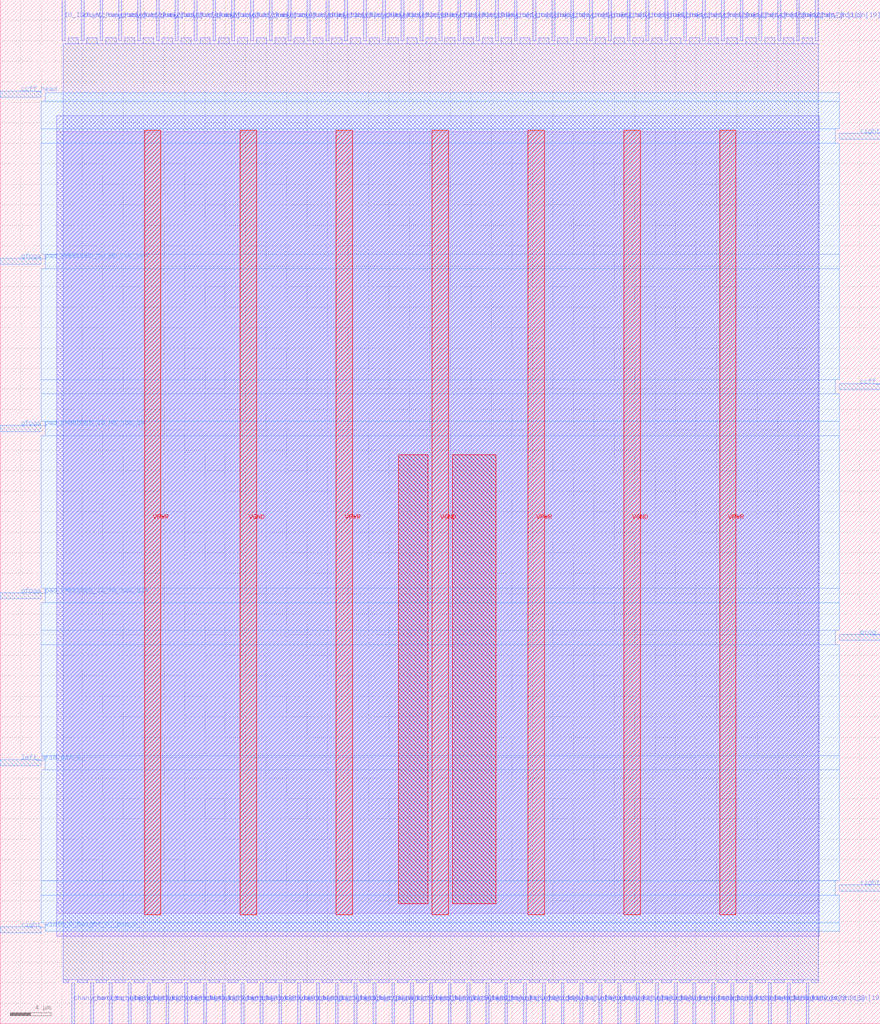
<source format=lef>
VERSION 5.7 ;
  NOWIREEXTENSIONATPIN ON ;
  DIVIDERCHAR "/" ;
  BUSBITCHARS "[]" ;
MACRO cby_0__1_
  CLASS BLOCK ;
  FOREIGN cby_0__1_ ;
  ORIGIN 0.000 0.000 ;
  SIZE 86.000 BY 100.000 ;
  PIN IO_ISOL_N
    DIRECTION INPUT ;
    USE SIGNAL ;
    PORT
      LAYER met2 ;
        RECT 6.070 96.000 6.350 100.000 ;
    END
  END IO_ISOL_N
  PIN VGND
    DIRECTION INOUT ;
    USE GROUND ;
    PORT
      LAYER met4 ;
        RECT 23.460 10.640 25.060 87.280 ;
    END
    PORT
      LAYER met4 ;
        RECT 42.200 10.640 43.800 87.280 ;
    END
    PORT
      LAYER met4 ;
        RECT 60.940 10.640 62.540 87.280 ;
    END
  END VGND
  PIN VPWR
    DIRECTION INOUT ;
    USE POWER ;
    PORT
      LAYER met4 ;
        RECT 14.090 10.640 15.690 87.280 ;
    END
    PORT
      LAYER met4 ;
        RECT 32.830 10.640 34.430 87.280 ;
    END
    PORT
      LAYER met4 ;
        RECT 51.570 10.640 53.170 87.280 ;
    END
    PORT
      LAYER met4 ;
        RECT 70.310 10.640 71.910 87.280 ;
    END
  END VPWR
  PIN ccff_head
    DIRECTION INPUT ;
    USE SIGNAL ;
    PORT
      LAYER met3 ;
        RECT 0.000 90.480 4.000 91.080 ;
    END
  END ccff_head
  PIN ccff_tail
    DIRECTION OUTPUT TRISTATE ;
    USE SIGNAL ;
    PORT
      LAYER met3 ;
        RECT 82.000 61.920 86.000 62.520 ;
    END
  END ccff_tail
  PIN chany_bottom_in[0]
    DIRECTION INPUT ;
    USE SIGNAL ;
    PORT
      LAYER met2 ;
        RECT 43.790 0.000 44.070 4.000 ;
    END
  END chany_bottom_in[0]
  PIN chany_bottom_in[10]
    DIRECTION INPUT ;
    USE SIGNAL ;
    PORT
      LAYER met2 ;
        RECT 62.190 0.000 62.470 4.000 ;
    END
  END chany_bottom_in[10]
  PIN chany_bottom_in[11]
    DIRECTION INPUT ;
    USE SIGNAL ;
    PORT
      LAYER met2 ;
        RECT 64.030 0.000 64.310 4.000 ;
    END
  END chany_bottom_in[11]
  PIN chany_bottom_in[12]
    DIRECTION INPUT ;
    USE SIGNAL ;
    PORT
      LAYER met2 ;
        RECT 65.870 0.000 66.150 4.000 ;
    END
  END chany_bottom_in[12]
  PIN chany_bottom_in[13]
    DIRECTION INPUT ;
    USE SIGNAL ;
    PORT
      LAYER met2 ;
        RECT 67.710 0.000 67.990 4.000 ;
    END
  END chany_bottom_in[13]
  PIN chany_bottom_in[14]
    DIRECTION INPUT ;
    USE SIGNAL ;
    PORT
      LAYER met2 ;
        RECT 69.550 0.000 69.830 4.000 ;
    END
  END chany_bottom_in[14]
  PIN chany_bottom_in[15]
    DIRECTION INPUT ;
    USE SIGNAL ;
    PORT
      LAYER met2 ;
        RECT 71.390 0.000 71.670 4.000 ;
    END
  END chany_bottom_in[15]
  PIN chany_bottom_in[16]
    DIRECTION INPUT ;
    USE SIGNAL ;
    PORT
      LAYER met2 ;
        RECT 73.230 0.000 73.510 4.000 ;
    END
  END chany_bottom_in[16]
  PIN chany_bottom_in[17]
    DIRECTION INPUT ;
    USE SIGNAL ;
    PORT
      LAYER met2 ;
        RECT 75.070 0.000 75.350 4.000 ;
    END
  END chany_bottom_in[17]
  PIN chany_bottom_in[18]
    DIRECTION INPUT ;
    USE SIGNAL ;
    PORT
      LAYER met2 ;
        RECT 76.910 0.000 77.190 4.000 ;
    END
  END chany_bottom_in[18]
  PIN chany_bottom_in[19]
    DIRECTION INPUT ;
    USE SIGNAL ;
    PORT
      LAYER met2 ;
        RECT 78.750 0.000 79.030 4.000 ;
    END
  END chany_bottom_in[19]
  PIN chany_bottom_in[1]
    DIRECTION INPUT ;
    USE SIGNAL ;
    PORT
      LAYER met2 ;
        RECT 45.630 0.000 45.910 4.000 ;
    END
  END chany_bottom_in[1]
  PIN chany_bottom_in[2]
    DIRECTION INPUT ;
    USE SIGNAL ;
    PORT
      LAYER met2 ;
        RECT 47.470 0.000 47.750 4.000 ;
    END
  END chany_bottom_in[2]
  PIN chany_bottom_in[3]
    DIRECTION INPUT ;
    USE SIGNAL ;
    PORT
      LAYER met2 ;
        RECT 49.310 0.000 49.590 4.000 ;
    END
  END chany_bottom_in[3]
  PIN chany_bottom_in[4]
    DIRECTION INPUT ;
    USE SIGNAL ;
    PORT
      LAYER met2 ;
        RECT 51.150 0.000 51.430 4.000 ;
    END
  END chany_bottom_in[4]
  PIN chany_bottom_in[5]
    DIRECTION INPUT ;
    USE SIGNAL ;
    PORT
      LAYER met2 ;
        RECT 52.990 0.000 53.270 4.000 ;
    END
  END chany_bottom_in[5]
  PIN chany_bottom_in[6]
    DIRECTION INPUT ;
    USE SIGNAL ;
    PORT
      LAYER met2 ;
        RECT 54.830 0.000 55.110 4.000 ;
    END
  END chany_bottom_in[6]
  PIN chany_bottom_in[7]
    DIRECTION INPUT ;
    USE SIGNAL ;
    PORT
      LAYER met2 ;
        RECT 56.670 0.000 56.950 4.000 ;
    END
  END chany_bottom_in[7]
  PIN chany_bottom_in[8]
    DIRECTION INPUT ;
    USE SIGNAL ;
    PORT
      LAYER met2 ;
        RECT 58.510 0.000 58.790 4.000 ;
    END
  END chany_bottom_in[8]
  PIN chany_bottom_in[9]
    DIRECTION INPUT ;
    USE SIGNAL ;
    PORT
      LAYER met2 ;
        RECT 60.350 0.000 60.630 4.000 ;
    END
  END chany_bottom_in[9]
  PIN chany_bottom_out[0]
    DIRECTION OUTPUT TRISTATE ;
    USE SIGNAL ;
    PORT
      LAYER met2 ;
        RECT 6.990 0.000 7.270 4.000 ;
    END
  END chany_bottom_out[0]
  PIN chany_bottom_out[10]
    DIRECTION OUTPUT TRISTATE ;
    USE SIGNAL ;
    PORT
      LAYER met2 ;
        RECT 25.390 0.000 25.670 4.000 ;
    END
  END chany_bottom_out[10]
  PIN chany_bottom_out[11]
    DIRECTION OUTPUT TRISTATE ;
    USE SIGNAL ;
    PORT
      LAYER met2 ;
        RECT 27.230 0.000 27.510 4.000 ;
    END
  END chany_bottom_out[11]
  PIN chany_bottom_out[12]
    DIRECTION OUTPUT TRISTATE ;
    USE SIGNAL ;
    PORT
      LAYER met2 ;
        RECT 29.070 0.000 29.350 4.000 ;
    END
  END chany_bottom_out[12]
  PIN chany_bottom_out[13]
    DIRECTION OUTPUT TRISTATE ;
    USE SIGNAL ;
    PORT
      LAYER met2 ;
        RECT 30.910 0.000 31.190 4.000 ;
    END
  END chany_bottom_out[13]
  PIN chany_bottom_out[14]
    DIRECTION OUTPUT TRISTATE ;
    USE SIGNAL ;
    PORT
      LAYER met2 ;
        RECT 32.750 0.000 33.030 4.000 ;
    END
  END chany_bottom_out[14]
  PIN chany_bottom_out[15]
    DIRECTION OUTPUT TRISTATE ;
    USE SIGNAL ;
    PORT
      LAYER met2 ;
        RECT 34.590 0.000 34.870 4.000 ;
    END
  END chany_bottom_out[15]
  PIN chany_bottom_out[16]
    DIRECTION OUTPUT TRISTATE ;
    USE SIGNAL ;
    PORT
      LAYER met2 ;
        RECT 36.430 0.000 36.710 4.000 ;
    END
  END chany_bottom_out[16]
  PIN chany_bottom_out[17]
    DIRECTION OUTPUT TRISTATE ;
    USE SIGNAL ;
    PORT
      LAYER met2 ;
        RECT 38.270 0.000 38.550 4.000 ;
    END
  END chany_bottom_out[17]
  PIN chany_bottom_out[18]
    DIRECTION OUTPUT TRISTATE ;
    USE SIGNAL ;
    PORT
      LAYER met2 ;
        RECT 40.110 0.000 40.390 4.000 ;
    END
  END chany_bottom_out[18]
  PIN chany_bottom_out[19]
    DIRECTION OUTPUT TRISTATE ;
    USE SIGNAL ;
    PORT
      LAYER met2 ;
        RECT 41.950 0.000 42.230 4.000 ;
    END
  END chany_bottom_out[19]
  PIN chany_bottom_out[1]
    DIRECTION OUTPUT TRISTATE ;
    USE SIGNAL ;
    PORT
      LAYER met2 ;
        RECT 8.830 0.000 9.110 4.000 ;
    END
  END chany_bottom_out[1]
  PIN chany_bottom_out[2]
    DIRECTION OUTPUT TRISTATE ;
    USE SIGNAL ;
    PORT
      LAYER met2 ;
        RECT 10.670 0.000 10.950 4.000 ;
    END
  END chany_bottom_out[2]
  PIN chany_bottom_out[3]
    DIRECTION OUTPUT TRISTATE ;
    USE SIGNAL ;
    PORT
      LAYER met2 ;
        RECT 12.510 0.000 12.790 4.000 ;
    END
  END chany_bottom_out[3]
  PIN chany_bottom_out[4]
    DIRECTION OUTPUT TRISTATE ;
    USE SIGNAL ;
    PORT
      LAYER met2 ;
        RECT 14.350 0.000 14.630 4.000 ;
    END
  END chany_bottom_out[4]
  PIN chany_bottom_out[5]
    DIRECTION OUTPUT TRISTATE ;
    USE SIGNAL ;
    PORT
      LAYER met2 ;
        RECT 16.190 0.000 16.470 4.000 ;
    END
  END chany_bottom_out[5]
  PIN chany_bottom_out[6]
    DIRECTION OUTPUT TRISTATE ;
    USE SIGNAL ;
    PORT
      LAYER met2 ;
        RECT 18.030 0.000 18.310 4.000 ;
    END
  END chany_bottom_out[6]
  PIN chany_bottom_out[7]
    DIRECTION OUTPUT TRISTATE ;
    USE SIGNAL ;
    PORT
      LAYER met2 ;
        RECT 19.870 0.000 20.150 4.000 ;
    END
  END chany_bottom_out[7]
  PIN chany_bottom_out[8]
    DIRECTION OUTPUT TRISTATE ;
    USE SIGNAL ;
    PORT
      LAYER met2 ;
        RECT 21.710 0.000 21.990 4.000 ;
    END
  END chany_bottom_out[8]
  PIN chany_bottom_out[9]
    DIRECTION OUTPUT TRISTATE ;
    USE SIGNAL ;
    PORT
      LAYER met2 ;
        RECT 23.550 0.000 23.830 4.000 ;
    END
  END chany_bottom_out[9]
  PIN chany_top_in[0]
    DIRECTION INPUT ;
    USE SIGNAL ;
    PORT
      LAYER met2 ;
        RECT 44.710 96.000 44.990 100.000 ;
    END
  END chany_top_in[0]
  PIN chany_top_in[10]
    DIRECTION INPUT ;
    USE SIGNAL ;
    PORT
      LAYER met2 ;
        RECT 63.110 96.000 63.390 100.000 ;
    END
  END chany_top_in[10]
  PIN chany_top_in[11]
    DIRECTION INPUT ;
    USE SIGNAL ;
    PORT
      LAYER met2 ;
        RECT 64.950 96.000 65.230 100.000 ;
    END
  END chany_top_in[11]
  PIN chany_top_in[12]
    DIRECTION INPUT ;
    USE SIGNAL ;
    PORT
      LAYER met2 ;
        RECT 66.790 96.000 67.070 100.000 ;
    END
  END chany_top_in[12]
  PIN chany_top_in[13]
    DIRECTION INPUT ;
    USE SIGNAL ;
    PORT
      LAYER met2 ;
        RECT 68.630 96.000 68.910 100.000 ;
    END
  END chany_top_in[13]
  PIN chany_top_in[14]
    DIRECTION INPUT ;
    USE SIGNAL ;
    PORT
      LAYER met2 ;
        RECT 70.470 96.000 70.750 100.000 ;
    END
  END chany_top_in[14]
  PIN chany_top_in[15]
    DIRECTION INPUT ;
    USE SIGNAL ;
    PORT
      LAYER met2 ;
        RECT 72.310 96.000 72.590 100.000 ;
    END
  END chany_top_in[15]
  PIN chany_top_in[16]
    DIRECTION INPUT ;
    USE SIGNAL ;
    PORT
      LAYER met2 ;
        RECT 74.150 96.000 74.430 100.000 ;
    END
  END chany_top_in[16]
  PIN chany_top_in[17]
    DIRECTION INPUT ;
    USE SIGNAL ;
    PORT
      LAYER met2 ;
        RECT 75.990 96.000 76.270 100.000 ;
    END
  END chany_top_in[17]
  PIN chany_top_in[18]
    DIRECTION INPUT ;
    USE SIGNAL ;
    PORT
      LAYER met2 ;
        RECT 77.830 96.000 78.110 100.000 ;
    END
  END chany_top_in[18]
  PIN chany_top_in[19]
    DIRECTION INPUT ;
    USE SIGNAL ;
    PORT
      LAYER met2 ;
        RECT 79.670 96.000 79.950 100.000 ;
    END
  END chany_top_in[19]
  PIN chany_top_in[1]
    DIRECTION INPUT ;
    USE SIGNAL ;
    PORT
      LAYER met2 ;
        RECT 46.550 96.000 46.830 100.000 ;
    END
  END chany_top_in[1]
  PIN chany_top_in[2]
    DIRECTION INPUT ;
    USE SIGNAL ;
    PORT
      LAYER met2 ;
        RECT 48.390 96.000 48.670 100.000 ;
    END
  END chany_top_in[2]
  PIN chany_top_in[3]
    DIRECTION INPUT ;
    USE SIGNAL ;
    PORT
      LAYER met2 ;
        RECT 50.230 96.000 50.510 100.000 ;
    END
  END chany_top_in[3]
  PIN chany_top_in[4]
    DIRECTION INPUT ;
    USE SIGNAL ;
    PORT
      LAYER met2 ;
        RECT 52.070 96.000 52.350 100.000 ;
    END
  END chany_top_in[4]
  PIN chany_top_in[5]
    DIRECTION INPUT ;
    USE SIGNAL ;
    PORT
      LAYER met2 ;
        RECT 53.910 96.000 54.190 100.000 ;
    END
  END chany_top_in[5]
  PIN chany_top_in[6]
    DIRECTION INPUT ;
    USE SIGNAL ;
    PORT
      LAYER met2 ;
        RECT 55.750 96.000 56.030 100.000 ;
    END
  END chany_top_in[6]
  PIN chany_top_in[7]
    DIRECTION INPUT ;
    USE SIGNAL ;
    PORT
      LAYER met2 ;
        RECT 57.590 96.000 57.870 100.000 ;
    END
  END chany_top_in[7]
  PIN chany_top_in[8]
    DIRECTION INPUT ;
    USE SIGNAL ;
    PORT
      LAYER met2 ;
        RECT 59.430 96.000 59.710 100.000 ;
    END
  END chany_top_in[8]
  PIN chany_top_in[9]
    DIRECTION INPUT ;
    USE SIGNAL ;
    PORT
      LAYER met2 ;
        RECT 61.270 96.000 61.550 100.000 ;
    END
  END chany_top_in[9]
  PIN chany_top_out[0]
    DIRECTION OUTPUT TRISTATE ;
    USE SIGNAL ;
    PORT
      LAYER met2 ;
        RECT 7.910 96.000 8.190 100.000 ;
    END
  END chany_top_out[0]
  PIN chany_top_out[10]
    DIRECTION OUTPUT TRISTATE ;
    USE SIGNAL ;
    PORT
      LAYER met2 ;
        RECT 26.310 96.000 26.590 100.000 ;
    END
  END chany_top_out[10]
  PIN chany_top_out[11]
    DIRECTION OUTPUT TRISTATE ;
    USE SIGNAL ;
    PORT
      LAYER met2 ;
        RECT 28.150 96.000 28.430 100.000 ;
    END
  END chany_top_out[11]
  PIN chany_top_out[12]
    DIRECTION OUTPUT TRISTATE ;
    USE SIGNAL ;
    PORT
      LAYER met2 ;
        RECT 29.990 96.000 30.270 100.000 ;
    END
  END chany_top_out[12]
  PIN chany_top_out[13]
    DIRECTION OUTPUT TRISTATE ;
    USE SIGNAL ;
    PORT
      LAYER met2 ;
        RECT 31.830 96.000 32.110 100.000 ;
    END
  END chany_top_out[13]
  PIN chany_top_out[14]
    DIRECTION OUTPUT TRISTATE ;
    USE SIGNAL ;
    PORT
      LAYER met2 ;
        RECT 33.670 96.000 33.950 100.000 ;
    END
  END chany_top_out[14]
  PIN chany_top_out[15]
    DIRECTION OUTPUT TRISTATE ;
    USE SIGNAL ;
    PORT
      LAYER met2 ;
        RECT 35.510 96.000 35.790 100.000 ;
    END
  END chany_top_out[15]
  PIN chany_top_out[16]
    DIRECTION OUTPUT TRISTATE ;
    USE SIGNAL ;
    PORT
      LAYER met2 ;
        RECT 37.350 96.000 37.630 100.000 ;
    END
  END chany_top_out[16]
  PIN chany_top_out[17]
    DIRECTION OUTPUT TRISTATE ;
    USE SIGNAL ;
    PORT
      LAYER met2 ;
        RECT 39.190 96.000 39.470 100.000 ;
    END
  END chany_top_out[17]
  PIN chany_top_out[18]
    DIRECTION OUTPUT TRISTATE ;
    USE SIGNAL ;
    PORT
      LAYER met2 ;
        RECT 41.030 96.000 41.310 100.000 ;
    END
  END chany_top_out[18]
  PIN chany_top_out[19]
    DIRECTION OUTPUT TRISTATE ;
    USE SIGNAL ;
    PORT
      LAYER met2 ;
        RECT 42.870 96.000 43.150 100.000 ;
    END
  END chany_top_out[19]
  PIN chany_top_out[1]
    DIRECTION OUTPUT TRISTATE ;
    USE SIGNAL ;
    PORT
      LAYER met2 ;
        RECT 9.750 96.000 10.030 100.000 ;
    END
  END chany_top_out[1]
  PIN chany_top_out[2]
    DIRECTION OUTPUT TRISTATE ;
    USE SIGNAL ;
    PORT
      LAYER met2 ;
        RECT 11.590 96.000 11.870 100.000 ;
    END
  END chany_top_out[2]
  PIN chany_top_out[3]
    DIRECTION OUTPUT TRISTATE ;
    USE SIGNAL ;
    PORT
      LAYER met2 ;
        RECT 13.430 96.000 13.710 100.000 ;
    END
  END chany_top_out[3]
  PIN chany_top_out[4]
    DIRECTION OUTPUT TRISTATE ;
    USE SIGNAL ;
    PORT
      LAYER met2 ;
        RECT 15.270 96.000 15.550 100.000 ;
    END
  END chany_top_out[4]
  PIN chany_top_out[5]
    DIRECTION OUTPUT TRISTATE ;
    USE SIGNAL ;
    PORT
      LAYER met2 ;
        RECT 17.110 96.000 17.390 100.000 ;
    END
  END chany_top_out[5]
  PIN chany_top_out[6]
    DIRECTION OUTPUT TRISTATE ;
    USE SIGNAL ;
    PORT
      LAYER met2 ;
        RECT 18.950 96.000 19.230 100.000 ;
    END
  END chany_top_out[6]
  PIN chany_top_out[7]
    DIRECTION OUTPUT TRISTATE ;
    USE SIGNAL ;
    PORT
      LAYER met2 ;
        RECT 20.790 96.000 21.070 100.000 ;
    END
  END chany_top_out[7]
  PIN chany_top_out[8]
    DIRECTION OUTPUT TRISTATE ;
    USE SIGNAL ;
    PORT
      LAYER met2 ;
        RECT 22.630 96.000 22.910 100.000 ;
    END
  END chany_top_out[8]
  PIN chany_top_out[9]
    DIRECTION OUTPUT TRISTATE ;
    USE SIGNAL ;
    PORT
      LAYER met2 ;
        RECT 24.470 96.000 24.750 100.000 ;
    END
  END chany_top_out[9]
  PIN gfpga_pad_EMBEDDED_IO_HD_SOC_DIR
    DIRECTION OUTPUT TRISTATE ;
    USE SIGNAL ;
    PORT
      LAYER met3 ;
        RECT 0.000 41.520 4.000 42.120 ;
    END
  END gfpga_pad_EMBEDDED_IO_HD_SOC_DIR
  PIN gfpga_pad_EMBEDDED_IO_HD_SOC_IN
    DIRECTION INPUT ;
    USE SIGNAL ;
    PORT
      LAYER met3 ;
        RECT 0.000 57.840 4.000 58.440 ;
    END
  END gfpga_pad_EMBEDDED_IO_HD_SOC_IN
  PIN gfpga_pad_EMBEDDED_IO_HD_SOC_OUT
    DIRECTION OUTPUT TRISTATE ;
    USE SIGNAL ;
    PORT
      LAYER met3 ;
        RECT 0.000 74.160 4.000 74.760 ;
    END
  END gfpga_pad_EMBEDDED_IO_HD_SOC_OUT
  PIN left_grid_pin_0_
    DIRECTION OUTPUT TRISTATE ;
    USE SIGNAL ;
    PORT
      LAYER met3 ;
        RECT 0.000 25.200 4.000 25.800 ;
    END
  END left_grid_pin_0_
  PIN prog_clk_0_E_in
    DIRECTION INPUT ;
    USE SIGNAL ;
    PORT
      LAYER met3 ;
        RECT 82.000 37.440 86.000 38.040 ;
    END
  END prog_clk_0_E_in
  PIN right_width_0_height_0__pin_0_
    DIRECTION INPUT ;
    USE SIGNAL ;
    PORT
      LAYER met3 ;
        RECT 0.000 8.880 4.000 9.480 ;
    END
  END right_width_0_height_0__pin_0_
  PIN right_width_0_height_0__pin_1_lower
    DIRECTION OUTPUT TRISTATE ;
    USE SIGNAL ;
    PORT
      LAYER met3 ;
        RECT 82.000 12.960 86.000 13.560 ;
    END
  END right_width_0_height_0__pin_1_lower
  PIN right_width_0_height_0__pin_1_upper
    DIRECTION OUTPUT TRISTATE ;
    USE SIGNAL ;
    PORT
      LAYER met3 ;
        RECT 82.000 86.400 86.000 87.000 ;
    END
  END right_width_0_height_0__pin_1_upper
  OBS
      LAYER li1 ;
        RECT 5.520 10.795 80.040 87.125 ;
      LAYER met1 ;
        RECT 5.520 8.540 80.040 88.700 ;
      LAYER met2 ;
        RECT 6.630 95.720 7.630 96.290 ;
        RECT 8.470 95.720 9.470 96.290 ;
        RECT 10.310 95.720 11.310 96.290 ;
        RECT 12.150 95.720 13.150 96.290 ;
        RECT 13.990 95.720 14.990 96.290 ;
        RECT 15.830 95.720 16.830 96.290 ;
        RECT 17.670 95.720 18.670 96.290 ;
        RECT 19.510 95.720 20.510 96.290 ;
        RECT 21.350 95.720 22.350 96.290 ;
        RECT 23.190 95.720 24.190 96.290 ;
        RECT 25.030 95.720 26.030 96.290 ;
        RECT 26.870 95.720 27.870 96.290 ;
        RECT 28.710 95.720 29.710 96.290 ;
        RECT 30.550 95.720 31.550 96.290 ;
        RECT 32.390 95.720 33.390 96.290 ;
        RECT 34.230 95.720 35.230 96.290 ;
        RECT 36.070 95.720 37.070 96.290 ;
        RECT 37.910 95.720 38.910 96.290 ;
        RECT 39.750 95.720 40.750 96.290 ;
        RECT 41.590 95.720 42.590 96.290 ;
        RECT 43.430 95.720 44.430 96.290 ;
        RECT 45.270 95.720 46.270 96.290 ;
        RECT 47.110 95.720 48.110 96.290 ;
        RECT 48.950 95.720 49.950 96.290 ;
        RECT 50.790 95.720 51.790 96.290 ;
        RECT 52.630 95.720 53.630 96.290 ;
        RECT 54.470 95.720 55.470 96.290 ;
        RECT 56.310 95.720 57.310 96.290 ;
        RECT 58.150 95.720 59.150 96.290 ;
        RECT 59.990 95.720 60.990 96.290 ;
        RECT 61.830 95.720 62.830 96.290 ;
        RECT 63.670 95.720 64.670 96.290 ;
        RECT 65.510 95.720 66.510 96.290 ;
        RECT 67.350 95.720 68.350 96.290 ;
        RECT 69.190 95.720 70.190 96.290 ;
        RECT 71.030 95.720 72.030 96.290 ;
        RECT 72.870 95.720 73.870 96.290 ;
        RECT 74.710 95.720 75.710 96.290 ;
        RECT 76.550 95.720 77.550 96.290 ;
        RECT 78.390 95.720 79.390 96.290 ;
        RECT 6.140 4.280 79.940 95.720 ;
        RECT 6.140 4.000 6.710 4.280 ;
        RECT 7.550 4.000 8.550 4.280 ;
        RECT 9.390 4.000 10.390 4.280 ;
        RECT 11.230 4.000 12.230 4.280 ;
        RECT 13.070 4.000 14.070 4.280 ;
        RECT 14.910 4.000 15.910 4.280 ;
        RECT 16.750 4.000 17.750 4.280 ;
        RECT 18.590 4.000 19.590 4.280 ;
        RECT 20.430 4.000 21.430 4.280 ;
        RECT 22.270 4.000 23.270 4.280 ;
        RECT 24.110 4.000 25.110 4.280 ;
        RECT 25.950 4.000 26.950 4.280 ;
        RECT 27.790 4.000 28.790 4.280 ;
        RECT 29.630 4.000 30.630 4.280 ;
        RECT 31.470 4.000 32.470 4.280 ;
        RECT 33.310 4.000 34.310 4.280 ;
        RECT 35.150 4.000 36.150 4.280 ;
        RECT 36.990 4.000 37.990 4.280 ;
        RECT 38.830 4.000 39.830 4.280 ;
        RECT 40.670 4.000 41.670 4.280 ;
        RECT 42.510 4.000 43.510 4.280 ;
        RECT 44.350 4.000 45.350 4.280 ;
        RECT 46.190 4.000 47.190 4.280 ;
        RECT 48.030 4.000 49.030 4.280 ;
        RECT 49.870 4.000 50.870 4.280 ;
        RECT 51.710 4.000 52.710 4.280 ;
        RECT 53.550 4.000 54.550 4.280 ;
        RECT 55.390 4.000 56.390 4.280 ;
        RECT 57.230 4.000 58.230 4.280 ;
        RECT 59.070 4.000 60.070 4.280 ;
        RECT 60.910 4.000 61.910 4.280 ;
        RECT 62.750 4.000 63.750 4.280 ;
        RECT 64.590 4.000 65.590 4.280 ;
        RECT 66.430 4.000 67.430 4.280 ;
        RECT 68.270 4.000 69.270 4.280 ;
        RECT 70.110 4.000 71.110 4.280 ;
        RECT 71.950 4.000 72.950 4.280 ;
        RECT 73.790 4.000 74.790 4.280 ;
        RECT 75.630 4.000 76.630 4.280 ;
        RECT 77.470 4.000 78.470 4.280 ;
        RECT 79.310 4.000 79.940 4.280 ;
      LAYER met3 ;
        RECT 4.400 90.080 82.000 90.945 ;
        RECT 4.000 87.400 82.000 90.080 ;
        RECT 4.000 86.000 81.600 87.400 ;
        RECT 4.000 75.160 82.000 86.000 ;
        RECT 4.400 73.760 82.000 75.160 ;
        RECT 4.000 62.920 82.000 73.760 ;
        RECT 4.000 61.520 81.600 62.920 ;
        RECT 4.000 58.840 82.000 61.520 ;
        RECT 4.400 57.440 82.000 58.840 ;
        RECT 4.000 42.520 82.000 57.440 ;
        RECT 4.400 41.120 82.000 42.520 ;
        RECT 4.000 38.440 82.000 41.120 ;
        RECT 4.000 37.040 81.600 38.440 ;
        RECT 4.000 26.200 82.000 37.040 ;
        RECT 4.400 24.800 82.000 26.200 ;
        RECT 4.000 13.960 82.000 24.800 ;
        RECT 4.000 12.560 81.600 13.960 ;
        RECT 4.000 9.880 82.000 12.560 ;
        RECT 4.400 9.015 82.000 9.880 ;
      LAYER met4 ;
        RECT 38.935 11.735 41.800 55.585 ;
        RECT 44.200 11.735 48.465 55.585 ;
  END
END cby_0__1_
END LIBRARY


</source>
